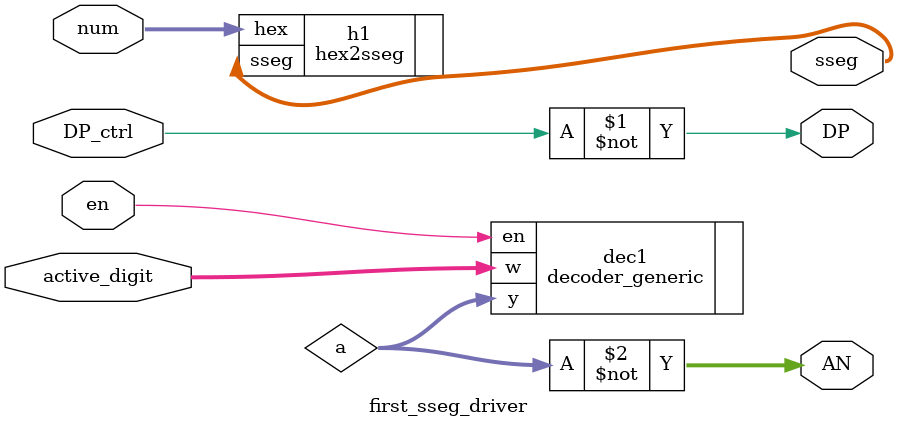
<source format=sv>
`timescale 1ns / 1ps


module first_sseg_driver
    #(parameter N = 4)
    (
    input logic [2:0] active_digit,
    input logic [N-1:0] num,
    input logic DP_ctrl,
    input logic en,
    output logic [7:0] AN,
    output logic [6:0] sseg,
    output logic DP
    );
    
    logic [7:0] a;
    assign DP = ~DP_ctrl;
    
    decoder_generic #(.N(3)) dec1 (
        .w(active_digit),
        .en(en),
        .y(a)
    );
    
    assign AN = ~a;
        
    hex2sseg h1 (
        .hex(num),
        .sseg(sseg)
    );
    
endmodule

</source>
